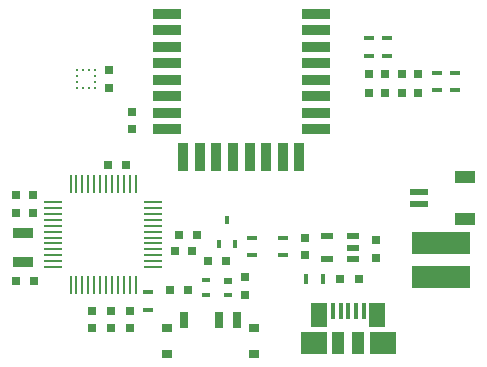
<source format=gtp>
G04 #@! TF.FileFunction,Paste,Top*
%FSLAX45Y45*%
G04 Gerber Fmt 4.5, Leading zero omitted, Abs format (unit mm)*
G04 Created by KiCad (PCBNEW 4.0.7-e2-6376~61~ubuntu18.04.1) date Mon Jan 28 20:27:59 2019*
%MOMM*%
%LPD*%
G01*
G04 APERTURE LIST*
%ADD10C,0.100000*%
%ADD11R,0.690000X0.440000*%
%ADD12R,0.690000X0.540000*%
%ADD13R,0.690000X0.740000*%
%ADD14R,0.740000X0.690000*%
%ADD15R,0.740000X0.740000*%
%ADD16R,0.390000X1.320000*%
%ADD17R,1.415000X2.040000*%
%ADD18R,1.115000X1.840000*%
%ADD19R,2.315000X1.840000*%
%ADD20R,0.390000X0.640000*%
%ADD21R,0.840000X0.440000*%
%ADD22R,0.440000X0.840000*%
%ADD23R,2.390000X0.940000*%
%ADD24R,0.940000X2.390000*%
%ADD25O,1.540000X0.240000*%
%ADD26O,0.240000X1.540000*%
%ADD27R,0.215000X0.190000*%
%ADD28R,0.190000X0.215000*%
%ADD29R,1.000000X0.590000*%
%ADD30R,1.740000X0.940000*%
%ADD31R,0.640000X1.440000*%
%ADD32R,0.940000X0.740000*%
%ADD33R,1.490000X0.540000*%
%ADD34R,1.740000X1.140000*%
%ADD35R,4.940000X1.940000*%
G04 APERTURE END LIST*
D10*
D11*
X14887500Y-9455000D03*
X14702500Y-9455000D03*
D12*
X14887500Y-9330000D03*
D11*
X14702500Y-9325000D03*
D13*
X13090000Y-8755000D03*
X13090000Y-8605000D03*
X14075000Y-7900000D03*
X14075000Y-8050000D03*
D14*
X13245000Y-9330000D03*
X13095000Y-9330000D03*
D13*
X13240000Y-8755000D03*
X13240000Y-8605000D03*
X13740000Y-9585000D03*
X13740000Y-9735000D03*
X13900000Y-9585000D03*
X13900000Y-9735000D03*
X14060000Y-9585000D03*
X14060000Y-9735000D03*
D14*
X14435000Y-9080000D03*
X14585000Y-9080000D03*
X13870000Y-8350000D03*
X14020000Y-8350000D03*
X14395000Y-9410000D03*
X14545000Y-9410000D03*
X14475000Y-8940000D03*
X14625000Y-8940000D03*
D13*
X13880000Y-7550000D03*
X13880000Y-7700000D03*
X15030000Y-9450000D03*
X15030000Y-9300000D03*
X15540000Y-8965000D03*
X15540000Y-9115000D03*
D14*
X14720000Y-9165000D03*
X14870000Y-9165000D03*
D13*
X16140000Y-8985000D03*
X16140000Y-9135000D03*
D15*
X16080000Y-7740000D03*
X16080000Y-7580000D03*
X16220000Y-7740000D03*
X16220000Y-7580000D03*
X16500000Y-7740000D03*
X16500000Y-7580000D03*
X16360000Y-7740000D03*
X16360000Y-7580000D03*
X15840000Y-9320000D03*
X16000000Y-9320000D03*
D16*
X15776250Y-9589000D03*
X15841250Y-9589000D03*
X15906250Y-9589000D03*
X15971250Y-9589000D03*
X16036250Y-9589000D03*
D17*
X15660000Y-9625000D03*
X16152500Y-9625000D03*
D18*
X15822500Y-9855000D03*
X15990000Y-9855000D03*
D19*
X15615000Y-9855000D03*
X16197500Y-9855000D03*
D20*
X14815000Y-9020000D03*
X14945000Y-9020000D03*
X14880000Y-8820000D03*
D21*
X16080000Y-7425000D03*
X16080000Y-7275000D03*
X16230000Y-7425000D03*
X16230000Y-7275000D03*
X16660000Y-7570000D03*
X16660000Y-7720000D03*
X16810000Y-7570000D03*
X16810000Y-7720000D03*
X15090000Y-9115000D03*
X15090000Y-8965000D03*
X14210000Y-9425000D03*
X14210000Y-9575000D03*
X15350000Y-8965000D03*
X15350000Y-9115000D03*
D22*
X15545000Y-9320000D03*
X15695000Y-9320000D03*
D23*
X14370500Y-7070000D03*
X14370500Y-7210000D03*
X14370500Y-7350000D03*
X14370500Y-7490000D03*
X14370500Y-7630000D03*
X14370500Y-7770000D03*
X14370500Y-7910000D03*
X14370500Y-8050000D03*
X15629500Y-7070000D03*
X15629500Y-7210000D03*
X15629500Y-7350000D03*
X15629500Y-7490000D03*
X15629500Y-7630000D03*
X15629500Y-7770000D03*
X15629500Y-7910000D03*
X15629500Y-8050000D03*
D24*
X14510000Y-8279500D03*
X14650000Y-8279500D03*
X14790000Y-8279500D03*
X14930000Y-8279500D03*
X15070000Y-8279500D03*
X15210000Y-8279500D03*
X15350000Y-8279500D03*
X15490000Y-8279500D03*
D25*
X13405000Y-8665000D03*
X13405000Y-8715000D03*
X13405000Y-8765000D03*
X13405000Y-8815000D03*
X13405000Y-8865000D03*
X13405000Y-8915000D03*
X13405000Y-8965000D03*
X13405000Y-9015000D03*
X13405000Y-9065000D03*
X13405000Y-9115000D03*
X13405000Y-9165000D03*
X13405000Y-9215000D03*
D26*
X13555000Y-9365000D03*
X13605000Y-9365000D03*
X13655000Y-9365000D03*
X13705000Y-9365000D03*
X13755000Y-9365000D03*
X13805000Y-9365000D03*
X13855000Y-9365000D03*
X13905000Y-9365000D03*
X13955000Y-9365000D03*
X14005000Y-9365000D03*
X14055000Y-9365000D03*
X14105000Y-9365000D03*
D25*
X14255000Y-9215000D03*
X14255000Y-9165000D03*
X14255000Y-9115000D03*
X14255000Y-9065000D03*
X14255000Y-9015000D03*
X14255000Y-8965000D03*
X14255000Y-8915000D03*
X14255000Y-8865000D03*
X14255000Y-8815000D03*
X14255000Y-8765000D03*
X14255000Y-8715000D03*
X14255000Y-8665000D03*
D26*
X14105000Y-8515000D03*
X14055000Y-8515000D03*
X14005000Y-8515000D03*
X13955000Y-8515000D03*
X13905000Y-8515000D03*
X13855000Y-8515000D03*
X13805000Y-8515000D03*
X13755000Y-8515000D03*
X13705000Y-8515000D03*
X13655000Y-8515000D03*
X13605000Y-8515000D03*
X13555000Y-8515000D03*
D27*
X13610000Y-7550000D03*
X13610000Y-7600000D03*
X13610000Y-7650000D03*
X13610000Y-7700000D03*
D28*
X13661250Y-7701250D03*
X13711250Y-7701250D03*
D27*
X13762500Y-7550000D03*
X13762500Y-7700000D03*
X13762500Y-7600000D03*
X13762500Y-7650000D03*
D28*
X13661250Y-7548750D03*
X13711250Y-7548750D03*
D29*
X15950000Y-9145000D03*
X15950000Y-9050000D03*
X15950000Y-8955000D03*
X15730000Y-8955000D03*
X15730000Y-9145000D03*
D30*
X13150000Y-8925000D03*
X13150000Y-9175000D03*
D31*
X14515000Y-9665000D03*
X14815000Y-9665000D03*
X14965000Y-9665000D03*
D32*
X14375000Y-9730000D03*
X14375000Y-9950000D03*
X15105000Y-9730000D03*
X15105000Y-9950000D03*
D33*
X16506250Y-8680000D03*
X16506250Y-8580000D03*
D34*
X16893750Y-8810000D03*
X16893750Y-8450000D03*
D35*
X16690000Y-9010000D03*
X16690000Y-9300000D03*
M02*

</source>
